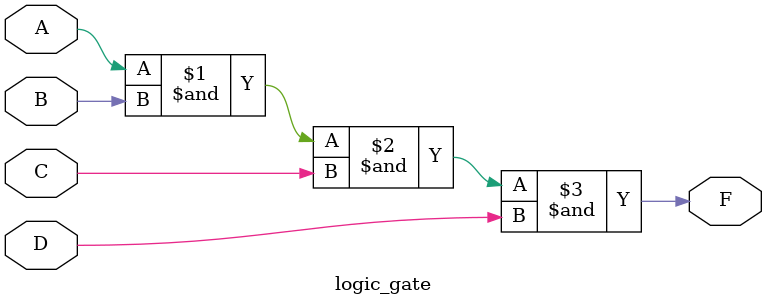
<source format=v>
`timescale 1ns / 1ps


module logic_gate (
    input   wire    A,      //ÊäÈëÏßA - SW1
    input   wire    B,      //ÊäÈëÏßB - SW2
    input   wire    C,      //ÊäÈëÏßC - SW3
    input   wire    D,      //ÊäÈëÏßD - SW4
    output  wire    F       //Êä³öÏßF - LD1      
);


assign F = A & B & C & D;
    
endmodule
</source>
